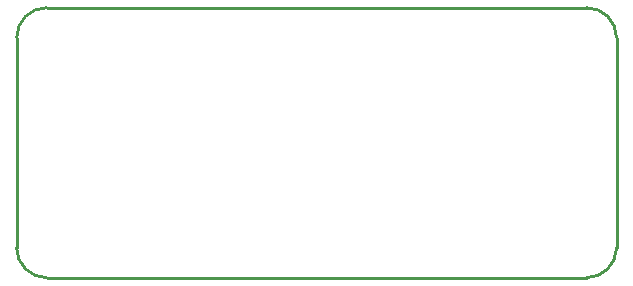
<source format=gko>
G04*
G04 #@! TF.GenerationSoftware,Altium Limited,Altium Designer,20.1.12 (249)*
G04*
G04 Layer_Color=16711935*
%FSLAX25Y25*%
%MOIN*%
G70*
G04*
G04 #@! TF.SameCoordinates,33CBB710-F513-43EE-AC46-A9A21D48704F*
G04*
G04*
G04 #@! TF.FilePolarity,Positive*
G04*
G01*
G75*
%ADD10C,0.01000*%
D10*
X200000Y80000D02*
G03*
X190000Y90000I-10000J0D01*
G01*
Y0D02*
G03*
X200000Y10000I0J10000D01*
G01*
X0D02*
G03*
X10000Y0I10000J0D01*
G01*
Y90000D02*
G03*
X0Y80000I0J-10000D01*
G01*
X10000Y90000D02*
X190000D01*
X10000Y0D02*
X190000D01*
X200000Y10000D02*
Y80000D01*
X0Y10000D02*
Y80000D01*
M02*

</source>
